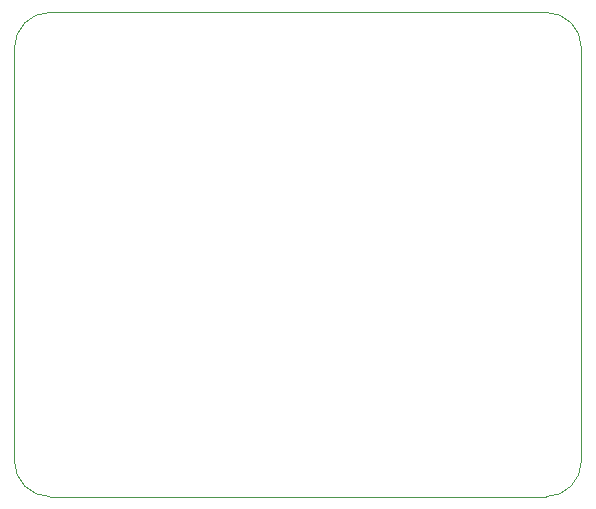
<source format=gbr>
G04 #@! TF.GenerationSoftware,KiCad,Pcbnew,5.1.4*
G04 #@! TF.CreationDate,2019-08-25T18:27:55-04:00*
G04 #@! TF.ProjectId,oven,6f76656e-2e6b-4696-9361-645f70636258,v02*
G04 #@! TF.SameCoordinates,Original*
G04 #@! TF.FileFunction,Profile,NP*
%FSLAX46Y46*%
G04 Gerber Fmt 4.6, Leading zero omitted, Abs format (unit mm)*
G04 Created by KiCad (PCBNEW 5.1.4) date 2019-08-25 18:27:55*
%MOMM*%
%LPD*%
G04 APERTURE LIST*
%ADD10C,0.050000*%
G04 APERTURE END LIST*
D10*
X95210000Y-107680000D02*
G75*
G02X92210000Y-104680000I0J3000000D01*
G01*
X140210000Y-104680000D02*
G75*
G02X137210000Y-107680000I-3000000J0D01*
G01*
X92210000Y-69680000D02*
G75*
G02X95210000Y-66680000I3000000J0D01*
G01*
X137210000Y-66680000D02*
G75*
G02X140210000Y-69680000I0J-3000000D01*
G01*
X92210000Y-69680000D02*
X92210000Y-104680000D01*
X140210000Y-104680000D02*
X140210000Y-69680000D01*
X95210000Y-66680000D02*
X137210000Y-66680000D01*
X95210000Y-107680000D02*
X137210000Y-107680000D01*
M02*

</source>
